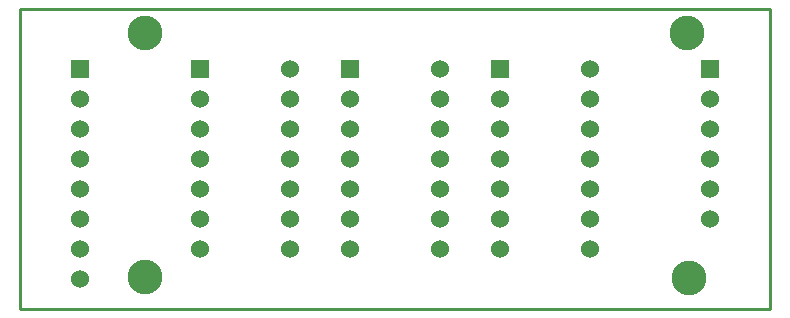
<source format=gbr>
G04 start of page 6 for group 4 idx 4 *
G04 Title: (unknown), power *
G04 Creator: pcb 4.2.2 *
G04 CreationDate: Sun Aug 11 23:19:42 2024 UTC *
G04 For: electronics *
G04 Format: Gerber/RS-274X *
G04 PCB-Dimensions (mil): 2500.00 1000.00 *
G04 PCB-Coordinate-Origin: lower left *
%MOIN*%
%FSLAX25Y25*%
%LNGROUP4*%
%ADD45C,0.0280*%
%ADD44C,0.0380*%
%ADD43C,0.1100*%
%ADD42C,0.1160*%
%ADD41C,0.0600*%
%ADD40C,0.0001*%
%ADD39C,0.0100*%
G54D39*X0Y100000D02*Y0D01*
Y100000D02*X250000D01*
X0Y0D02*X250000D01*
Y100000D02*Y0D01*
G54D40*G36*
X227000Y83000D02*Y77000D01*
X233000D01*
Y83000D01*
X227000D01*
G37*
G54D41*X230000Y70000D03*
Y60000D03*
Y50000D03*
Y40000D03*
Y30000D03*
X20000Y50000D03*
Y40000D03*
Y30000D03*
Y20000D03*
G54D40*G36*
X17000Y83000D02*Y77000D01*
X23000D01*
Y83000D01*
X17000D01*
G37*
G54D41*X20000Y70000D03*
Y60000D03*
Y10000D03*
G54D40*G36*
X57000Y83000D02*Y77000D01*
X63000D01*
Y83000D01*
X57000D01*
G37*
G54D41*X60000Y70000D03*
Y60000D03*
Y50000D03*
X90000D03*
Y60000D03*
Y70000D03*
Y80000D03*
G54D40*G36*
X107000Y83000D02*Y77000D01*
X113000D01*
Y83000D01*
X107000D01*
G37*
G54D41*X110000Y70000D03*
X60000Y40000D03*
X90000D03*
X140000D03*
Y50000D03*
X60000Y30000D03*
Y20000D03*
X90000D03*
Y30000D03*
X140000Y20000D03*
Y30000D03*
X110000Y50000D03*
Y40000D03*
Y30000D03*
Y20000D03*
X190000D03*
Y30000D03*
Y40000D03*
Y50000D03*
Y60000D03*
Y70000D03*
Y80000D03*
X110000Y60000D03*
X140000D03*
Y70000D03*
Y80000D03*
G54D40*G36*
X157000Y83000D02*Y77000D01*
X163000D01*
Y83000D01*
X157000D01*
G37*
G54D41*X160000Y70000D03*
Y60000D03*
Y50000D03*
Y40000D03*
Y30000D03*
Y20000D03*
G54D42*X222170Y92069D03*
X222791Y10457D03*
X41464Y10679D03*
Y92132D03*
G54D43*G54D44*G54D45*M02*

</source>
